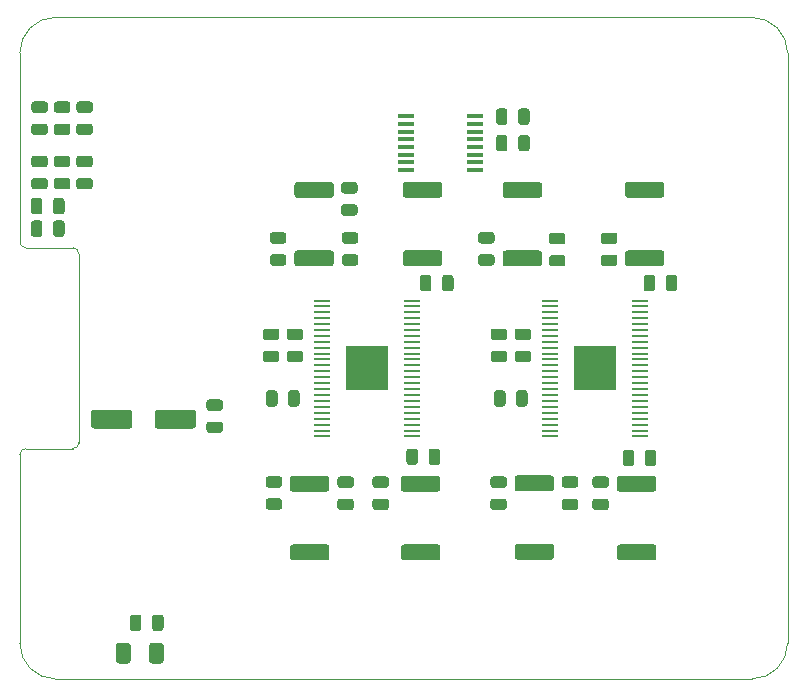
<source format=gtp>
G04 #@! TF.GenerationSoftware,KiCad,Pcbnew,(5.1.6)-1*
G04 #@! TF.CreationDate,2020-10-08T21:16:19-06:00*
G04 #@! TF.ProjectId,raspi-quad-stepper-motor-module,72617370-692d-4717-9561-642d73746570,A*
G04 #@! TF.SameCoordinates,Original*
G04 #@! TF.FileFunction,Paste,Top*
G04 #@! TF.FilePolarity,Positive*
%FSLAX46Y46*%
G04 Gerber Fmt 4.6, Leading zero omitted, Abs format (unit mm)*
G04 Created by KiCad (PCBNEW (5.1.6)-1) date 2020-10-08 21:16:19*
%MOMM*%
%LPD*%
G01*
G04 APERTURE LIST*
G04 #@! TA.AperFunction,Profile*
%ADD10C,0.100000*%
G04 #@! TD*
%ADD11R,1.473200X0.279400*%
%ADD12R,3.657600X3.708400*%
%ADD13R,1.473200X0.355600*%
G04 APERTURE END LIST*
D10*
X105600000Y-93000000D02*
G75*
G03*
X105100000Y-92500000I-500000J0D01*
G01*
X105100000Y-92500000D02*
X101100000Y-92500000D01*
X101099127Y-109500001D02*
G75*
G03*
X100600000Y-110000000I873J-499999D01*
G01*
X105100000Y-109500000D02*
G75*
G03*
X105600000Y-109000000I0J500000D01*
G01*
X100600000Y-92000000D02*
G75*
G03*
X101100000Y-92500000I500000J0D01*
G01*
X100600000Y-76000000D02*
X100600000Y-92000000D01*
X165600000Y-76000000D02*
G75*
G03*
X162600000Y-73000000I-3000000J0D01*
G01*
X162600000Y-129000000D02*
G75*
G03*
X165600000Y-126000000I0J3000000D01*
G01*
X100600000Y-126000000D02*
G75*
G03*
X103600000Y-129000000I3000000J0D01*
G01*
X103600000Y-73000000D02*
G75*
G03*
X100600000Y-76000000I0J-3000000D01*
G01*
X162600000Y-73000000D02*
X103600000Y-73000000D01*
X105100000Y-109500000D02*
X101100000Y-109500000D01*
X105600000Y-93000000D02*
X105600000Y-109000000D01*
X165600000Y-126000000D02*
X165600000Y-76000000D01*
X103600000Y-129000000D02*
X162600000Y-129000000D01*
X100600000Y-110000000D02*
X100600000Y-126000000D01*
D11*
X145506800Y-96983000D03*
X145506800Y-97465600D03*
X145506800Y-97973600D03*
X145506800Y-98481600D03*
X145506800Y-98964200D03*
X145506800Y-99472200D03*
X145506800Y-99980200D03*
X145506800Y-100462800D03*
X145506800Y-100970800D03*
X145506800Y-101478800D03*
X145506800Y-101961400D03*
X145506800Y-102469400D03*
X145506800Y-102977400D03*
X145506800Y-103485400D03*
X145506800Y-103968000D03*
X145506800Y-104476000D03*
X145506800Y-104984000D03*
X145506800Y-105466600D03*
X145506800Y-105974600D03*
X145506800Y-106482600D03*
X145506800Y-106965200D03*
X145506800Y-107473200D03*
X145506800Y-107981200D03*
X145506800Y-108463800D03*
X153076000Y-108463800D03*
X153076000Y-107981200D03*
X153076000Y-107473200D03*
X153076000Y-106965200D03*
X153076000Y-106482600D03*
X153076000Y-105974600D03*
X153076000Y-105466600D03*
X153076000Y-104984000D03*
X153076000Y-104476000D03*
X153076000Y-103968000D03*
X153076000Y-103485400D03*
X153076000Y-102977400D03*
X153076000Y-102469400D03*
X153076000Y-101961400D03*
X153076000Y-101478800D03*
X153076000Y-100970800D03*
X153076000Y-100462800D03*
X153076000Y-99980200D03*
X153076000Y-99472200D03*
X153076000Y-98964200D03*
X153076000Y-98481600D03*
X153076000Y-97973600D03*
X153076000Y-97465600D03*
X153076000Y-96983000D03*
D12*
X149291400Y-102723400D03*
D11*
X126202800Y-96983000D03*
X126202800Y-97465600D03*
X126202800Y-97973600D03*
X126202800Y-98481600D03*
X126202800Y-98964200D03*
X126202800Y-99472200D03*
X126202800Y-99980200D03*
X126202800Y-100462800D03*
X126202800Y-100970800D03*
X126202800Y-101478800D03*
X126202800Y-101961400D03*
X126202800Y-102469400D03*
X126202800Y-102977400D03*
X126202800Y-103485400D03*
X126202800Y-103968000D03*
X126202800Y-104476000D03*
X126202800Y-104984000D03*
X126202800Y-105466600D03*
X126202800Y-105974600D03*
X126202800Y-106482600D03*
X126202800Y-106965200D03*
X126202800Y-107473200D03*
X126202800Y-107981200D03*
X126202800Y-108463800D03*
X133772000Y-108463800D03*
X133772000Y-107981200D03*
X133772000Y-107473200D03*
X133772000Y-106965200D03*
X133772000Y-106482600D03*
X133772000Y-105974600D03*
X133772000Y-105466600D03*
X133772000Y-104984000D03*
X133772000Y-104476000D03*
X133772000Y-103968000D03*
X133772000Y-103485400D03*
X133772000Y-102977400D03*
X133772000Y-102469400D03*
X133772000Y-101961400D03*
X133772000Y-101478800D03*
X133772000Y-100970800D03*
X133772000Y-100462800D03*
X133772000Y-99980200D03*
X133772000Y-99472200D03*
X133772000Y-98964200D03*
X133772000Y-98481600D03*
X133772000Y-97973600D03*
X133772000Y-97465600D03*
X133772000Y-96983000D03*
D12*
X129987400Y-102723400D03*
D13*
X133323000Y-81362000D03*
X133323000Y-82022400D03*
X133323000Y-82682800D03*
X133323000Y-83317800D03*
X133323000Y-83978200D03*
X133323000Y-84613200D03*
X133323000Y-85273600D03*
X133323000Y-85934000D03*
X139165000Y-85934000D03*
X139165000Y-85273600D03*
X139165000Y-84613200D03*
X139165000Y-83978200D03*
X139165000Y-83317800D03*
X139165000Y-82682800D03*
X139165000Y-82022400D03*
X139165000Y-81362000D03*
G36*
G01*
X150230250Y-112842100D02*
X149317750Y-112842100D01*
G75*
G02*
X149074000Y-112598350I0J243750D01*
G01*
X149074000Y-112110850D01*
G75*
G02*
X149317750Y-111867100I243750J0D01*
G01*
X150230250Y-111867100D01*
G75*
G02*
X150474000Y-112110850I0J-243750D01*
G01*
X150474000Y-112598350D01*
G75*
G02*
X150230250Y-112842100I-243750J0D01*
G01*
G37*
G36*
G01*
X150230250Y-114717100D02*
X149317750Y-114717100D01*
G75*
G02*
X149074000Y-114473350I0J243750D01*
G01*
X149074000Y-113985850D01*
G75*
G02*
X149317750Y-113742100I243750J0D01*
G01*
X150230250Y-113742100D01*
G75*
G02*
X150474000Y-113985850I0J-243750D01*
G01*
X150474000Y-114473350D01*
G75*
G02*
X150230250Y-114717100I-243750J0D01*
G01*
G37*
G36*
G01*
X103724750Y-86589500D02*
X104637250Y-86589500D01*
G75*
G02*
X104881000Y-86833250I0J-243750D01*
G01*
X104881000Y-87320750D01*
G75*
G02*
X104637250Y-87564500I-243750J0D01*
G01*
X103724750Y-87564500D01*
G75*
G02*
X103481000Y-87320750I0J243750D01*
G01*
X103481000Y-86833250D01*
G75*
G02*
X103724750Y-86589500I243750J0D01*
G01*
G37*
G36*
G01*
X103724750Y-84714500D02*
X104637250Y-84714500D01*
G75*
G02*
X104881000Y-84958250I0J-243750D01*
G01*
X104881000Y-85445750D01*
G75*
G02*
X104637250Y-85689500I-243750J0D01*
G01*
X103724750Y-85689500D01*
G75*
G02*
X103481000Y-85445750I0J243750D01*
G01*
X103481000Y-84958250D01*
G75*
G02*
X103724750Y-84714500I243750J0D01*
G01*
G37*
G36*
G01*
X101819750Y-86589500D02*
X102732250Y-86589500D01*
G75*
G02*
X102976000Y-86833250I0J-243750D01*
G01*
X102976000Y-87320750D01*
G75*
G02*
X102732250Y-87564500I-243750J0D01*
G01*
X101819750Y-87564500D01*
G75*
G02*
X101576000Y-87320750I0J243750D01*
G01*
X101576000Y-86833250D01*
G75*
G02*
X101819750Y-86589500I243750J0D01*
G01*
G37*
G36*
G01*
X101819750Y-84714500D02*
X102732250Y-84714500D01*
G75*
G02*
X102976000Y-84958250I0J-243750D01*
G01*
X102976000Y-85445750D01*
G75*
G02*
X102732250Y-85689500I-243750J0D01*
G01*
X101819750Y-85689500D01*
G75*
G02*
X101576000Y-85445750I0J243750D01*
G01*
X101576000Y-84958250D01*
G75*
G02*
X101819750Y-84714500I243750J0D01*
G01*
G37*
G36*
G01*
X103409500Y-89438250D02*
X103409500Y-88525750D01*
G75*
G02*
X103653250Y-88282000I243750J0D01*
G01*
X104140750Y-88282000D01*
G75*
G02*
X104384500Y-88525750I0J-243750D01*
G01*
X104384500Y-89438250D01*
G75*
G02*
X104140750Y-89682000I-243750J0D01*
G01*
X103653250Y-89682000D01*
G75*
G02*
X103409500Y-89438250I0J243750D01*
G01*
G37*
G36*
G01*
X101534500Y-89438250D02*
X101534500Y-88525750D01*
G75*
G02*
X101778250Y-88282000I243750J0D01*
G01*
X102265750Y-88282000D01*
G75*
G02*
X102509500Y-88525750I0J-243750D01*
G01*
X102509500Y-89438250D01*
G75*
G02*
X102265750Y-89682000I-243750J0D01*
G01*
X101778250Y-89682000D01*
G75*
G02*
X101534500Y-89438250I0J243750D01*
G01*
G37*
G36*
G01*
X103409500Y-91343250D02*
X103409500Y-90430750D01*
G75*
G02*
X103653250Y-90187000I243750J0D01*
G01*
X104140750Y-90187000D01*
G75*
G02*
X104384500Y-90430750I0J-243750D01*
G01*
X104384500Y-91343250D01*
G75*
G02*
X104140750Y-91587000I-243750J0D01*
G01*
X103653250Y-91587000D01*
G75*
G02*
X103409500Y-91343250I0J243750D01*
G01*
G37*
G36*
G01*
X101534500Y-91343250D02*
X101534500Y-90430750D01*
G75*
G02*
X101778250Y-90187000I243750J0D01*
G01*
X102265750Y-90187000D01*
G75*
G02*
X102509500Y-90430750I0J-243750D01*
G01*
X102509500Y-91343250D01*
G75*
G02*
X102265750Y-91587000I-243750J0D01*
G01*
X101778250Y-91587000D01*
G75*
G02*
X101534500Y-91343250I0J243750D01*
G01*
G37*
G36*
G01*
X130699550Y-113737500D02*
X131612050Y-113737500D01*
G75*
G02*
X131855800Y-113981250I0J-243750D01*
G01*
X131855800Y-114468750D01*
G75*
G02*
X131612050Y-114712500I-243750J0D01*
G01*
X130699550Y-114712500D01*
G75*
G02*
X130455800Y-114468750I0J243750D01*
G01*
X130455800Y-113981250D01*
G75*
G02*
X130699550Y-113737500I243750J0D01*
G01*
G37*
G36*
G01*
X130699550Y-111862500D02*
X131612050Y-111862500D01*
G75*
G02*
X131855800Y-112106250I0J-243750D01*
G01*
X131855800Y-112593750D01*
G75*
G02*
X131612050Y-112837500I-243750J0D01*
G01*
X130699550Y-112837500D01*
G75*
G02*
X130455800Y-112593750I0J243750D01*
G01*
X130455800Y-112106250D01*
G75*
G02*
X130699550Y-111862500I243750J0D01*
G01*
G37*
G36*
G01*
X105629750Y-81987500D02*
X106542250Y-81987500D01*
G75*
G02*
X106786000Y-82231250I0J-243750D01*
G01*
X106786000Y-82718750D01*
G75*
G02*
X106542250Y-82962500I-243750J0D01*
G01*
X105629750Y-82962500D01*
G75*
G02*
X105386000Y-82718750I0J243750D01*
G01*
X105386000Y-82231250D01*
G75*
G02*
X105629750Y-81987500I243750J0D01*
G01*
G37*
G36*
G01*
X105629750Y-80112500D02*
X106542250Y-80112500D01*
G75*
G02*
X106786000Y-80356250I0J-243750D01*
G01*
X106786000Y-80843750D01*
G75*
G02*
X106542250Y-81087500I-243750J0D01*
G01*
X105629750Y-81087500D01*
G75*
G02*
X105386000Y-80843750I0J243750D01*
G01*
X105386000Y-80356250D01*
G75*
G02*
X105629750Y-80112500I243750J0D01*
G01*
G37*
G36*
G01*
X103724750Y-81987500D02*
X104637250Y-81987500D01*
G75*
G02*
X104881000Y-82231250I0J-243750D01*
G01*
X104881000Y-82718750D01*
G75*
G02*
X104637250Y-82962500I-243750J0D01*
G01*
X103724750Y-82962500D01*
G75*
G02*
X103481000Y-82718750I0J243750D01*
G01*
X103481000Y-82231250D01*
G75*
G02*
X103724750Y-81987500I243750J0D01*
G01*
G37*
G36*
G01*
X103724750Y-80112500D02*
X104637250Y-80112500D01*
G75*
G02*
X104881000Y-80356250I0J-243750D01*
G01*
X104881000Y-80843750D01*
G75*
G02*
X104637250Y-81087500I-243750J0D01*
G01*
X103724750Y-81087500D01*
G75*
G02*
X103481000Y-80843750I0J243750D01*
G01*
X103481000Y-80356250D01*
G75*
G02*
X103724750Y-80112500I243750J0D01*
G01*
G37*
G36*
G01*
X101819750Y-81987500D02*
X102732250Y-81987500D01*
G75*
G02*
X102976000Y-82231250I0J-243750D01*
G01*
X102976000Y-82718750D01*
G75*
G02*
X102732250Y-82962500I-243750J0D01*
G01*
X101819750Y-82962500D01*
G75*
G02*
X101576000Y-82718750I0J243750D01*
G01*
X101576000Y-82231250D01*
G75*
G02*
X101819750Y-81987500I243750J0D01*
G01*
G37*
G36*
G01*
X101819750Y-80112500D02*
X102732250Y-80112500D01*
G75*
G02*
X102976000Y-80356250I0J-243750D01*
G01*
X102976000Y-80843750D01*
G75*
G02*
X102732250Y-81087500I-243750J0D01*
G01*
X101819750Y-81087500D01*
G75*
G02*
X101576000Y-80843750I0J243750D01*
G01*
X101576000Y-80356250D01*
G75*
G02*
X101819750Y-80112500I243750J0D01*
G01*
G37*
G36*
G01*
X105629750Y-86589500D02*
X106542250Y-86589500D01*
G75*
G02*
X106786000Y-86833250I0J-243750D01*
G01*
X106786000Y-87320750D01*
G75*
G02*
X106542250Y-87564500I-243750J0D01*
G01*
X105629750Y-87564500D01*
G75*
G02*
X105386000Y-87320750I0J243750D01*
G01*
X105386000Y-86833250D01*
G75*
G02*
X105629750Y-86589500I243750J0D01*
G01*
G37*
G36*
G01*
X105629750Y-84714500D02*
X106542250Y-84714500D01*
G75*
G02*
X106786000Y-84958250I0J-243750D01*
G01*
X106786000Y-85445750D01*
G75*
G02*
X106542250Y-85689500I-243750J0D01*
G01*
X105629750Y-85689500D01*
G75*
G02*
X105386000Y-85445750I0J243750D01*
G01*
X105386000Y-84958250D01*
G75*
G02*
X105629750Y-84714500I243750J0D01*
G01*
G37*
G36*
G01*
X110896100Y-123806350D02*
X110896100Y-124718850D01*
G75*
G02*
X110652350Y-124962600I-243750J0D01*
G01*
X110164850Y-124962600D01*
G75*
G02*
X109921100Y-124718850I0J243750D01*
G01*
X109921100Y-123806350D01*
G75*
G02*
X110164850Y-123562600I243750J0D01*
G01*
X110652350Y-123562600D01*
G75*
G02*
X110896100Y-123806350I0J-243750D01*
G01*
G37*
G36*
G01*
X112771100Y-123806350D02*
X112771100Y-124718850D01*
G75*
G02*
X112527350Y-124962600I-243750J0D01*
G01*
X112039850Y-124962600D01*
G75*
G02*
X111796100Y-124718850I0J243750D01*
G01*
X111796100Y-123806350D01*
G75*
G02*
X112039850Y-123562600I243750J0D01*
G01*
X112527350Y-123562600D01*
G75*
G02*
X112771100Y-123806350I0J-243750D01*
G01*
G37*
G36*
G01*
X141890000Y-83191750D02*
X141890000Y-84104250D01*
G75*
G02*
X141646250Y-84348000I-243750J0D01*
G01*
X141158750Y-84348000D01*
G75*
G02*
X140915000Y-84104250I0J243750D01*
G01*
X140915000Y-83191750D01*
G75*
G02*
X141158750Y-82948000I243750J0D01*
G01*
X141646250Y-82948000D01*
G75*
G02*
X141890000Y-83191750I0J-243750D01*
G01*
G37*
G36*
G01*
X143765000Y-83191750D02*
X143765000Y-84104250D01*
G75*
G02*
X143521250Y-84348000I-243750J0D01*
G01*
X143033750Y-84348000D01*
G75*
G02*
X142790000Y-84104250I0J243750D01*
G01*
X142790000Y-83191750D01*
G75*
G02*
X143033750Y-82948000I243750J0D01*
G01*
X143521250Y-82948000D01*
G75*
G02*
X143765000Y-83191750I0J-243750D01*
G01*
G37*
G36*
G01*
X111537600Y-127453000D02*
X111537600Y-126203000D01*
G75*
G02*
X111787600Y-125953000I250000J0D01*
G01*
X112537600Y-125953000D01*
G75*
G02*
X112787600Y-126203000I0J-250000D01*
G01*
X112787600Y-127453000D01*
G75*
G02*
X112537600Y-127703000I-250000J0D01*
G01*
X111787600Y-127703000D01*
G75*
G02*
X111537600Y-127453000I0J250000D01*
G01*
G37*
G36*
G01*
X108737600Y-127453000D02*
X108737600Y-126203000D01*
G75*
G02*
X108987600Y-125953000I250000J0D01*
G01*
X109737600Y-125953000D01*
G75*
G02*
X109987600Y-126203000I0J-250000D01*
G01*
X109987600Y-127453000D01*
G75*
G02*
X109737600Y-127703000I-250000J0D01*
G01*
X108987600Y-127703000D01*
G75*
G02*
X108737600Y-127453000I0J250000D01*
G01*
G37*
G36*
G01*
X142739150Y-101219900D02*
X143651650Y-101219900D01*
G75*
G02*
X143895400Y-101463650I0J-243750D01*
G01*
X143895400Y-101951150D01*
G75*
G02*
X143651650Y-102194900I-243750J0D01*
G01*
X142739150Y-102194900D01*
G75*
G02*
X142495400Y-101951150I0J243750D01*
G01*
X142495400Y-101463650D01*
G75*
G02*
X142739150Y-101219900I243750J0D01*
G01*
G37*
G36*
G01*
X142739150Y-99344900D02*
X143651650Y-99344900D01*
G75*
G02*
X143895400Y-99588650I0J-243750D01*
G01*
X143895400Y-100076150D01*
G75*
G02*
X143651650Y-100319900I-243750J0D01*
G01*
X142739150Y-100319900D01*
G75*
G02*
X142495400Y-100076150I0J243750D01*
G01*
X142495400Y-99588650D01*
G75*
G02*
X142739150Y-99344900I243750J0D01*
G01*
G37*
G36*
G01*
X141729400Y-104807150D02*
X141729400Y-105719650D01*
G75*
G02*
X141485650Y-105963400I-243750J0D01*
G01*
X140998150Y-105963400D01*
G75*
G02*
X140754400Y-105719650I0J243750D01*
G01*
X140754400Y-104807150D01*
G75*
G02*
X140998150Y-104563400I243750J0D01*
G01*
X141485650Y-104563400D01*
G75*
G02*
X141729400Y-104807150I0J-243750D01*
G01*
G37*
G36*
G01*
X143604400Y-104807150D02*
X143604400Y-105719650D01*
G75*
G02*
X143360650Y-105963400I-243750J0D01*
G01*
X142873150Y-105963400D01*
G75*
G02*
X142629400Y-105719650I0J243750D01*
G01*
X142629400Y-104807150D01*
G75*
G02*
X142873150Y-104563400I243750J0D01*
G01*
X143360650Y-104563400D01*
G75*
G02*
X143604400Y-104807150I0J-243750D01*
G01*
G37*
G36*
G01*
X123435150Y-101219900D02*
X124347650Y-101219900D01*
G75*
G02*
X124591400Y-101463650I0J-243750D01*
G01*
X124591400Y-101951150D01*
G75*
G02*
X124347650Y-102194900I-243750J0D01*
G01*
X123435150Y-102194900D01*
G75*
G02*
X123191400Y-101951150I0J243750D01*
G01*
X123191400Y-101463650D01*
G75*
G02*
X123435150Y-101219900I243750J0D01*
G01*
G37*
G36*
G01*
X123435150Y-99344900D02*
X124347650Y-99344900D01*
G75*
G02*
X124591400Y-99588650I0J-243750D01*
G01*
X124591400Y-100076150D01*
G75*
G02*
X124347650Y-100319900I-243750J0D01*
G01*
X123435150Y-100319900D01*
G75*
G02*
X123191400Y-100076150I0J243750D01*
G01*
X123191400Y-99588650D01*
G75*
G02*
X123435150Y-99344900I243750J0D01*
G01*
G37*
G36*
G01*
X122423100Y-104807150D02*
X122423100Y-105719650D01*
G75*
G02*
X122179350Y-105963400I-243750J0D01*
G01*
X121691850Y-105963400D01*
G75*
G02*
X121448100Y-105719650I0J243750D01*
G01*
X121448100Y-104807150D01*
G75*
G02*
X121691850Y-104563400I243750J0D01*
G01*
X122179350Y-104563400D01*
G75*
G02*
X122423100Y-104807150I0J-243750D01*
G01*
G37*
G36*
G01*
X124298100Y-104807150D02*
X124298100Y-105719650D01*
G75*
G02*
X124054350Y-105963400I-243750J0D01*
G01*
X123566850Y-105963400D01*
G75*
G02*
X123323100Y-105719650I0J243750D01*
G01*
X123323100Y-104807150D01*
G75*
G02*
X123566850Y-104563400I243750J0D01*
G01*
X124054350Y-104563400D01*
G75*
G02*
X124298100Y-104807150I0J-243750D01*
G01*
G37*
G36*
G01*
X117556250Y-106312500D02*
X116643750Y-106312500D01*
G75*
G02*
X116400000Y-106068750I0J243750D01*
G01*
X116400000Y-105581250D01*
G75*
G02*
X116643750Y-105337500I243750J0D01*
G01*
X117556250Y-105337500D01*
G75*
G02*
X117800000Y-105581250I0J-243750D01*
G01*
X117800000Y-106068750D01*
G75*
G02*
X117556250Y-106312500I-243750J0D01*
G01*
G37*
G36*
G01*
X117556250Y-108187500D02*
X116643750Y-108187500D01*
G75*
G02*
X116400000Y-107943750I0J243750D01*
G01*
X116400000Y-107456250D01*
G75*
G02*
X116643750Y-107212500I243750J0D01*
G01*
X117556250Y-107212500D01*
G75*
G02*
X117800000Y-107456250I0J-243750D01*
G01*
X117800000Y-107943750D01*
G75*
G02*
X117556250Y-108187500I-243750J0D01*
G01*
G37*
G36*
G01*
X110122000Y-106466000D02*
X110122000Y-107566000D01*
G75*
G02*
X109872000Y-107816000I-250000J0D01*
G01*
X106872000Y-107816000D01*
G75*
G02*
X106622000Y-107566000I0J250000D01*
G01*
X106622000Y-106466000D01*
G75*
G02*
X106872000Y-106216000I250000J0D01*
G01*
X109872000Y-106216000D01*
G75*
G02*
X110122000Y-106466000I0J-250000D01*
G01*
G37*
G36*
G01*
X115522000Y-106466000D02*
X115522000Y-107566000D01*
G75*
G02*
X115272000Y-107816000I-250000J0D01*
G01*
X112272000Y-107816000D01*
G75*
G02*
X112022000Y-107566000I0J250000D01*
G01*
X112022000Y-106466000D01*
G75*
G02*
X112272000Y-106216000I250000J0D01*
G01*
X115272000Y-106216000D01*
G75*
G02*
X115522000Y-106466000I0J-250000D01*
G01*
G37*
G36*
G01*
X144573001Y-88283000D02*
X141722999Y-88283000D01*
G75*
G02*
X141473000Y-88033001I0J249999D01*
G01*
X141473000Y-87182999D01*
G75*
G02*
X141722999Y-86933000I249999J0D01*
G01*
X144573001Y-86933000D01*
G75*
G02*
X144823000Y-87182999I0J-249999D01*
G01*
X144823000Y-88033001D01*
G75*
G02*
X144573001Y-88283000I-249999J0D01*
G01*
G37*
G36*
G01*
X144573001Y-94083000D02*
X141722999Y-94083000D01*
G75*
G02*
X141473000Y-93833001I0J249999D01*
G01*
X141473000Y-92982999D01*
G75*
G02*
X141722999Y-92733000I249999J0D01*
G01*
X144573001Y-92733000D01*
G75*
G02*
X144823000Y-92982999I0J-249999D01*
G01*
X144823000Y-93833001D01*
G75*
G02*
X144573001Y-94083000I-249999J0D01*
G01*
G37*
G36*
G01*
X128043750Y-88812500D02*
X128956250Y-88812500D01*
G75*
G02*
X129200000Y-89056250I0J-243750D01*
G01*
X129200000Y-89543750D01*
G75*
G02*
X128956250Y-89787500I-243750J0D01*
G01*
X128043750Y-89787500D01*
G75*
G02*
X127800000Y-89543750I0J243750D01*
G01*
X127800000Y-89056250D01*
G75*
G02*
X128043750Y-88812500I243750J0D01*
G01*
G37*
G36*
G01*
X128043750Y-86937500D02*
X128956250Y-86937500D01*
G75*
G02*
X129200000Y-87181250I0J-243750D01*
G01*
X129200000Y-87668750D01*
G75*
G02*
X128956250Y-87912500I-243750J0D01*
G01*
X128043750Y-87912500D01*
G75*
G02*
X127800000Y-87668750I0J243750D01*
G01*
X127800000Y-87181250D01*
G75*
G02*
X128043750Y-86937500I243750J0D01*
G01*
G37*
G36*
G01*
X151396999Y-117618600D02*
X154247001Y-117618600D01*
G75*
G02*
X154497000Y-117868599I0J-249999D01*
G01*
X154497000Y-118718601D01*
G75*
G02*
X154247001Y-118968600I-249999J0D01*
G01*
X151396999Y-118968600D01*
G75*
G02*
X151147000Y-118718601I0J249999D01*
G01*
X151147000Y-117868599D01*
G75*
G02*
X151396999Y-117618600I249999J0D01*
G01*
G37*
G36*
G01*
X151396999Y-111818600D02*
X154247001Y-111818600D01*
G75*
G02*
X154497000Y-112068599I0J-249999D01*
G01*
X154497000Y-112918601D01*
G75*
G02*
X154247001Y-113168600I-249999J0D01*
G01*
X151396999Y-113168600D01*
G75*
G02*
X151147000Y-112918601I0J249999D01*
G01*
X151147000Y-112068599D01*
G75*
G02*
X151396999Y-111818600I249999J0D01*
G01*
G37*
G36*
G01*
X140681750Y-113737500D02*
X141594250Y-113737500D01*
G75*
G02*
X141838000Y-113981250I0J-243750D01*
G01*
X141838000Y-114468750D01*
G75*
G02*
X141594250Y-114712500I-243750J0D01*
G01*
X140681750Y-114712500D01*
G75*
G02*
X140438000Y-114468750I0J243750D01*
G01*
X140438000Y-113981250D01*
G75*
G02*
X140681750Y-113737500I243750J0D01*
G01*
G37*
G36*
G01*
X140681750Y-111862500D02*
X141594250Y-111862500D01*
G75*
G02*
X141838000Y-112106250I0J-243750D01*
G01*
X141838000Y-112593750D01*
G75*
G02*
X141594250Y-112837500I-243750J0D01*
G01*
X140681750Y-112837500D01*
G75*
G02*
X140438000Y-112593750I0J243750D01*
G01*
X140438000Y-112106250D01*
G75*
G02*
X140681750Y-111862500I243750J0D01*
G01*
G37*
G36*
G01*
X142735599Y-117576600D02*
X145585601Y-117576600D01*
G75*
G02*
X145835600Y-117826599I0J-249999D01*
G01*
X145835600Y-118676601D01*
G75*
G02*
X145585601Y-118926600I-249999J0D01*
G01*
X142735599Y-118926600D01*
G75*
G02*
X142485600Y-118676601I0J249999D01*
G01*
X142485600Y-117826599D01*
G75*
G02*
X142735599Y-117576600I249999J0D01*
G01*
G37*
G36*
G01*
X142735599Y-111776600D02*
X145585601Y-111776600D01*
G75*
G02*
X145835600Y-112026599I0J-249999D01*
G01*
X145835600Y-112876601D01*
G75*
G02*
X145585601Y-113126600I-249999J0D01*
G01*
X142735599Y-113126600D01*
G75*
G02*
X142485600Y-112876601I0J249999D01*
G01*
X142485600Y-112026599D01*
G75*
G02*
X142735599Y-111776600I249999J0D01*
G01*
G37*
G36*
G01*
X154925001Y-88275000D02*
X152074999Y-88275000D01*
G75*
G02*
X151825000Y-88025001I0J249999D01*
G01*
X151825000Y-87174999D01*
G75*
G02*
X152074999Y-86925000I249999J0D01*
G01*
X154925001Y-86925000D01*
G75*
G02*
X155175000Y-87174999I0J-249999D01*
G01*
X155175000Y-88025001D01*
G75*
G02*
X154925001Y-88275000I-249999J0D01*
G01*
G37*
G36*
G01*
X154925001Y-94075000D02*
X152074999Y-94075000D01*
G75*
G02*
X151825000Y-93825001I0J249999D01*
G01*
X151825000Y-92974999D01*
G75*
G02*
X152074999Y-92725000I249999J0D01*
G01*
X154925001Y-92725000D01*
G75*
G02*
X155175000Y-92974999I0J-249999D01*
G01*
X155175000Y-93825001D01*
G75*
G02*
X154925001Y-94075000I-249999J0D01*
G01*
G37*
G36*
G01*
X123710999Y-117618600D02*
X126561001Y-117618600D01*
G75*
G02*
X126811000Y-117868599I0J-249999D01*
G01*
X126811000Y-118718601D01*
G75*
G02*
X126561001Y-118968600I-249999J0D01*
G01*
X123710999Y-118968600D01*
G75*
G02*
X123461000Y-118718601I0J249999D01*
G01*
X123461000Y-117868599D01*
G75*
G02*
X123710999Y-117618600I249999J0D01*
G01*
G37*
G36*
G01*
X123710999Y-111818600D02*
X126561001Y-111818600D01*
G75*
G02*
X126811000Y-112068599I0J-249999D01*
G01*
X126811000Y-112918601D01*
G75*
G02*
X126561001Y-113168600I-249999J0D01*
G01*
X123710999Y-113168600D01*
G75*
G02*
X123461000Y-112918601I0J249999D01*
G01*
X123461000Y-112068599D01*
G75*
G02*
X123710999Y-111818600I249999J0D01*
G01*
G37*
G36*
G01*
X133108999Y-117618600D02*
X135959001Y-117618600D01*
G75*
G02*
X136209000Y-117868599I0J-249999D01*
G01*
X136209000Y-118718601D01*
G75*
G02*
X135959001Y-118968600I-249999J0D01*
G01*
X133108999Y-118968600D01*
G75*
G02*
X132859000Y-118718601I0J249999D01*
G01*
X132859000Y-117868599D01*
G75*
G02*
X133108999Y-117618600I249999J0D01*
G01*
G37*
G36*
G01*
X133108999Y-111818600D02*
X135959001Y-111818600D01*
G75*
G02*
X136209000Y-112068599I0J-249999D01*
G01*
X136209000Y-112918601D01*
G75*
G02*
X135959001Y-113168600I-249999J0D01*
G01*
X133108999Y-113168600D01*
G75*
G02*
X132859000Y-112918601I0J249999D01*
G01*
X132859000Y-112068599D01*
G75*
G02*
X133108999Y-111818600I249999J0D01*
G01*
G37*
G36*
G01*
X136125001Y-88275000D02*
X133274999Y-88275000D01*
G75*
G02*
X133025000Y-88025001I0J249999D01*
G01*
X133025000Y-87174999D01*
G75*
G02*
X133274999Y-86925000I249999J0D01*
G01*
X136125001Y-86925000D01*
G75*
G02*
X136375000Y-87174999I0J-249999D01*
G01*
X136375000Y-88025001D01*
G75*
G02*
X136125001Y-88275000I-249999J0D01*
G01*
G37*
G36*
G01*
X136125001Y-94075000D02*
X133274999Y-94075000D01*
G75*
G02*
X133025000Y-93825001I0J249999D01*
G01*
X133025000Y-92974999D01*
G75*
G02*
X133274999Y-92725000I249999J0D01*
G01*
X136125001Y-92725000D01*
G75*
G02*
X136375000Y-92974999I0J-249999D01*
G01*
X136375000Y-93825001D01*
G75*
G02*
X136125001Y-94075000I-249999J0D01*
G01*
G37*
G36*
G01*
X126942001Y-88283000D02*
X124091999Y-88283000D01*
G75*
G02*
X123842000Y-88033001I0J249999D01*
G01*
X123842000Y-87182999D01*
G75*
G02*
X124091999Y-86933000I249999J0D01*
G01*
X126942001Y-86933000D01*
G75*
G02*
X127192000Y-87182999I0J-249999D01*
G01*
X127192000Y-88033001D01*
G75*
G02*
X126942001Y-88283000I-249999J0D01*
G01*
G37*
G36*
G01*
X126942001Y-94083000D02*
X124091999Y-94083000D01*
G75*
G02*
X123842000Y-93833001I0J249999D01*
G01*
X123842000Y-92982999D01*
G75*
G02*
X124091999Y-92733000I249999J0D01*
G01*
X126942001Y-92733000D01*
G75*
G02*
X127192000Y-92982999I0J-249999D01*
G01*
X127192000Y-93833001D01*
G75*
G02*
X126942001Y-94083000I-249999J0D01*
G01*
G37*
G36*
G01*
X140707150Y-101219900D02*
X141619650Y-101219900D01*
G75*
G02*
X141863400Y-101463650I0J-243750D01*
G01*
X141863400Y-101951150D01*
G75*
G02*
X141619650Y-102194900I-243750J0D01*
G01*
X140707150Y-102194900D01*
G75*
G02*
X140463400Y-101951150I0J243750D01*
G01*
X140463400Y-101463650D01*
G75*
G02*
X140707150Y-101219900I243750J0D01*
G01*
G37*
G36*
G01*
X140707150Y-99344900D02*
X141619650Y-99344900D01*
G75*
G02*
X141863400Y-99588650I0J-243750D01*
G01*
X141863400Y-100076150D01*
G75*
G02*
X141619650Y-100319900I-243750J0D01*
G01*
X140707150Y-100319900D01*
G75*
G02*
X140463400Y-100076150I0J243750D01*
G01*
X140463400Y-99588650D01*
G75*
G02*
X140707150Y-99344900I243750J0D01*
G01*
G37*
G36*
G01*
X140556250Y-92150000D02*
X139643750Y-92150000D01*
G75*
G02*
X139400000Y-91906250I0J243750D01*
G01*
X139400000Y-91418750D01*
G75*
G02*
X139643750Y-91175000I243750J0D01*
G01*
X140556250Y-91175000D01*
G75*
G02*
X140800000Y-91418750I0J-243750D01*
G01*
X140800000Y-91906250D01*
G75*
G02*
X140556250Y-92150000I-243750J0D01*
G01*
G37*
G36*
G01*
X140556250Y-94025000D02*
X139643750Y-94025000D01*
G75*
G02*
X139400000Y-93781250I0J243750D01*
G01*
X139400000Y-93293750D01*
G75*
G02*
X139643750Y-93050000I243750J0D01*
G01*
X140556250Y-93050000D01*
G75*
G02*
X140800000Y-93293750I0J-243750D01*
G01*
X140800000Y-93781250D01*
G75*
G02*
X140556250Y-94025000I-243750J0D01*
G01*
G37*
G36*
G01*
X146726950Y-113737500D02*
X147639450Y-113737500D01*
G75*
G02*
X147883200Y-113981250I0J-243750D01*
G01*
X147883200Y-114468750D01*
G75*
G02*
X147639450Y-114712500I-243750J0D01*
G01*
X146726950Y-114712500D01*
G75*
G02*
X146483200Y-114468750I0J243750D01*
G01*
X146483200Y-113981250D01*
G75*
G02*
X146726950Y-113737500I243750J0D01*
G01*
G37*
G36*
G01*
X146726950Y-111862500D02*
X147639450Y-111862500D01*
G75*
G02*
X147883200Y-112106250I0J-243750D01*
G01*
X147883200Y-112593750D01*
G75*
G02*
X147639450Y-112837500I-243750J0D01*
G01*
X146726950Y-112837500D01*
G75*
G02*
X146483200Y-112593750I0J243750D01*
G01*
X146483200Y-112106250D01*
G75*
G02*
X146726950Y-111862500I243750J0D01*
G01*
G37*
G36*
G01*
X153512500Y-110756250D02*
X153512500Y-109843750D01*
G75*
G02*
X153756250Y-109600000I243750J0D01*
G01*
X154243750Y-109600000D01*
G75*
G02*
X154487500Y-109843750I0J-243750D01*
G01*
X154487500Y-110756250D01*
G75*
G02*
X154243750Y-111000000I-243750J0D01*
G01*
X153756250Y-111000000D01*
G75*
G02*
X153512500Y-110756250I0J243750D01*
G01*
G37*
G36*
G01*
X151637500Y-110756250D02*
X151637500Y-109843750D01*
G75*
G02*
X151881250Y-109600000I243750J0D01*
G01*
X152368750Y-109600000D01*
G75*
G02*
X152612500Y-109843750I0J-243750D01*
G01*
X152612500Y-110756250D01*
G75*
G02*
X152368750Y-111000000I-243750J0D01*
G01*
X151881250Y-111000000D01*
G75*
G02*
X151637500Y-110756250I0J243750D01*
G01*
G37*
G36*
G01*
X155287500Y-95956250D02*
X155287500Y-95043750D01*
G75*
G02*
X155531250Y-94800000I243750J0D01*
G01*
X156018750Y-94800000D01*
G75*
G02*
X156262500Y-95043750I0J-243750D01*
G01*
X156262500Y-95956250D01*
G75*
G02*
X156018750Y-96200000I-243750J0D01*
G01*
X155531250Y-96200000D01*
G75*
G02*
X155287500Y-95956250I0J243750D01*
G01*
G37*
G36*
G01*
X153412500Y-95956250D02*
X153412500Y-95043750D01*
G75*
G02*
X153656250Y-94800000I243750J0D01*
G01*
X154143750Y-94800000D01*
G75*
G02*
X154387500Y-95043750I0J-243750D01*
G01*
X154387500Y-95956250D01*
G75*
G02*
X154143750Y-96200000I-243750J0D01*
G01*
X153656250Y-96200000D01*
G75*
G02*
X153412500Y-95956250I0J243750D01*
G01*
G37*
G36*
G01*
X150956250Y-92187500D02*
X150043750Y-92187500D01*
G75*
G02*
X149800000Y-91943750I0J243750D01*
G01*
X149800000Y-91456250D01*
G75*
G02*
X150043750Y-91212500I243750J0D01*
G01*
X150956250Y-91212500D01*
G75*
G02*
X151200000Y-91456250I0J-243750D01*
G01*
X151200000Y-91943750D01*
G75*
G02*
X150956250Y-92187500I-243750J0D01*
G01*
G37*
G36*
G01*
X150956250Y-94062500D02*
X150043750Y-94062500D01*
G75*
G02*
X149800000Y-93818750I0J243750D01*
G01*
X149800000Y-93331250D01*
G75*
G02*
X150043750Y-93087500I243750J0D01*
G01*
X150956250Y-93087500D01*
G75*
G02*
X151200000Y-93331250I0J-243750D01*
G01*
X151200000Y-93818750D01*
G75*
G02*
X150956250Y-94062500I-243750J0D01*
G01*
G37*
G36*
G01*
X146556250Y-92212500D02*
X145643750Y-92212500D01*
G75*
G02*
X145400000Y-91968750I0J243750D01*
G01*
X145400000Y-91481250D01*
G75*
G02*
X145643750Y-91237500I243750J0D01*
G01*
X146556250Y-91237500D01*
G75*
G02*
X146800000Y-91481250I0J-243750D01*
G01*
X146800000Y-91968750D01*
G75*
G02*
X146556250Y-92212500I-243750J0D01*
G01*
G37*
G36*
G01*
X146556250Y-94087500D02*
X145643750Y-94087500D01*
G75*
G02*
X145400000Y-93843750I0J243750D01*
G01*
X145400000Y-93356250D01*
G75*
G02*
X145643750Y-93112500I243750J0D01*
G01*
X146556250Y-93112500D01*
G75*
G02*
X146800000Y-93356250I0J-243750D01*
G01*
X146800000Y-93843750D01*
G75*
G02*
X146556250Y-94087500I-243750J0D01*
G01*
G37*
G36*
G01*
X121428550Y-101219900D02*
X122341050Y-101219900D01*
G75*
G02*
X122584800Y-101463650I0J-243750D01*
G01*
X122584800Y-101951150D01*
G75*
G02*
X122341050Y-102194900I-243750J0D01*
G01*
X121428550Y-102194900D01*
G75*
G02*
X121184800Y-101951150I0J243750D01*
G01*
X121184800Y-101463650D01*
G75*
G02*
X121428550Y-101219900I243750J0D01*
G01*
G37*
G36*
G01*
X121428550Y-99344900D02*
X122341050Y-99344900D01*
G75*
G02*
X122584800Y-99588650I0J-243750D01*
G01*
X122584800Y-100076150D01*
G75*
G02*
X122341050Y-100319900I-243750J0D01*
G01*
X121428550Y-100319900D01*
G75*
G02*
X121184800Y-100076150I0J243750D01*
G01*
X121184800Y-99588650D01*
G75*
G02*
X121428550Y-99344900I243750J0D01*
G01*
G37*
G36*
G01*
X121657150Y-113716700D02*
X122569650Y-113716700D01*
G75*
G02*
X122813400Y-113960450I0J-243750D01*
G01*
X122813400Y-114447950D01*
G75*
G02*
X122569650Y-114691700I-243750J0D01*
G01*
X121657150Y-114691700D01*
G75*
G02*
X121413400Y-114447950I0J243750D01*
G01*
X121413400Y-113960450D01*
G75*
G02*
X121657150Y-113716700I243750J0D01*
G01*
G37*
G36*
G01*
X121657150Y-111841700D02*
X122569650Y-111841700D01*
G75*
G02*
X122813400Y-112085450I0J-243750D01*
G01*
X122813400Y-112572950D01*
G75*
G02*
X122569650Y-112816700I-243750J0D01*
G01*
X121657150Y-112816700D01*
G75*
G02*
X121413400Y-112572950I0J243750D01*
G01*
X121413400Y-112085450D01*
G75*
G02*
X121657150Y-111841700I243750J0D01*
G01*
G37*
G36*
G01*
X127727750Y-113742100D02*
X128640250Y-113742100D01*
G75*
G02*
X128884000Y-113985850I0J-243750D01*
G01*
X128884000Y-114473350D01*
G75*
G02*
X128640250Y-114717100I-243750J0D01*
G01*
X127727750Y-114717100D01*
G75*
G02*
X127484000Y-114473350I0J243750D01*
G01*
X127484000Y-113985850D01*
G75*
G02*
X127727750Y-113742100I243750J0D01*
G01*
G37*
G36*
G01*
X127727750Y-111867100D02*
X128640250Y-111867100D01*
G75*
G02*
X128884000Y-112110850I0J-243750D01*
G01*
X128884000Y-112598350D01*
G75*
G02*
X128640250Y-112842100I-243750J0D01*
G01*
X127727750Y-112842100D01*
G75*
G02*
X127484000Y-112598350I0J243750D01*
G01*
X127484000Y-112110850D01*
G75*
G02*
X127727750Y-111867100I243750J0D01*
G01*
G37*
G36*
G01*
X122925250Y-92150000D02*
X122012750Y-92150000D01*
G75*
G02*
X121769000Y-91906250I0J243750D01*
G01*
X121769000Y-91418750D01*
G75*
G02*
X122012750Y-91175000I243750J0D01*
G01*
X122925250Y-91175000D01*
G75*
G02*
X123169000Y-91418750I0J-243750D01*
G01*
X123169000Y-91906250D01*
G75*
G02*
X122925250Y-92150000I-243750J0D01*
G01*
G37*
G36*
G01*
X122925250Y-94025000D02*
X122012750Y-94025000D01*
G75*
G02*
X121769000Y-93781250I0J243750D01*
G01*
X121769000Y-93293750D01*
G75*
G02*
X122012750Y-93050000I243750J0D01*
G01*
X122925250Y-93050000D01*
G75*
G02*
X123169000Y-93293750I0J-243750D01*
G01*
X123169000Y-93781250D01*
G75*
G02*
X122925250Y-94025000I-243750J0D01*
G01*
G37*
G36*
G01*
X135212500Y-110656250D02*
X135212500Y-109743750D01*
G75*
G02*
X135456250Y-109500000I243750J0D01*
G01*
X135943750Y-109500000D01*
G75*
G02*
X136187500Y-109743750I0J-243750D01*
G01*
X136187500Y-110656250D01*
G75*
G02*
X135943750Y-110900000I-243750J0D01*
G01*
X135456250Y-110900000D01*
G75*
G02*
X135212500Y-110656250I0J243750D01*
G01*
G37*
G36*
G01*
X133337500Y-110656250D02*
X133337500Y-109743750D01*
G75*
G02*
X133581250Y-109500000I243750J0D01*
G01*
X134068750Y-109500000D01*
G75*
G02*
X134312500Y-109743750I0J-243750D01*
G01*
X134312500Y-110656250D01*
G75*
G02*
X134068750Y-110900000I-243750J0D01*
G01*
X133581250Y-110900000D01*
G75*
G02*
X133337500Y-110656250I0J243750D01*
G01*
G37*
G36*
G01*
X136350000Y-95956250D02*
X136350000Y-95043750D01*
G75*
G02*
X136593750Y-94800000I243750J0D01*
G01*
X137081250Y-94800000D01*
G75*
G02*
X137325000Y-95043750I0J-243750D01*
G01*
X137325000Y-95956250D01*
G75*
G02*
X137081250Y-96200000I-243750J0D01*
G01*
X136593750Y-96200000D01*
G75*
G02*
X136350000Y-95956250I0J243750D01*
G01*
G37*
G36*
G01*
X134475000Y-95956250D02*
X134475000Y-95043750D01*
G75*
G02*
X134718750Y-94800000I243750J0D01*
G01*
X135206250Y-94800000D01*
G75*
G02*
X135450000Y-95043750I0J-243750D01*
G01*
X135450000Y-95956250D01*
G75*
G02*
X135206250Y-96200000I-243750J0D01*
G01*
X134718750Y-96200000D01*
G75*
G02*
X134475000Y-95956250I0J243750D01*
G01*
G37*
G36*
G01*
X129021250Y-92150000D02*
X128108750Y-92150000D01*
G75*
G02*
X127865000Y-91906250I0J243750D01*
G01*
X127865000Y-91418750D01*
G75*
G02*
X128108750Y-91175000I243750J0D01*
G01*
X129021250Y-91175000D01*
G75*
G02*
X129265000Y-91418750I0J-243750D01*
G01*
X129265000Y-91906250D01*
G75*
G02*
X129021250Y-92150000I-243750J0D01*
G01*
G37*
G36*
G01*
X129021250Y-94025000D02*
X128108750Y-94025000D01*
G75*
G02*
X127865000Y-93781250I0J243750D01*
G01*
X127865000Y-93293750D01*
G75*
G02*
X128108750Y-93050000I243750J0D01*
G01*
X129021250Y-93050000D01*
G75*
G02*
X129265000Y-93293750I0J-243750D01*
G01*
X129265000Y-93781250D01*
G75*
G02*
X129021250Y-94025000I-243750J0D01*
G01*
G37*
G36*
G01*
X142787500Y-81856250D02*
X142787500Y-80943750D01*
G75*
G02*
X143031250Y-80700000I243750J0D01*
G01*
X143518750Y-80700000D01*
G75*
G02*
X143762500Y-80943750I0J-243750D01*
G01*
X143762500Y-81856250D01*
G75*
G02*
X143518750Y-82100000I-243750J0D01*
G01*
X143031250Y-82100000D01*
G75*
G02*
X142787500Y-81856250I0J243750D01*
G01*
G37*
G36*
G01*
X140912500Y-81856250D02*
X140912500Y-80943750D01*
G75*
G02*
X141156250Y-80700000I243750J0D01*
G01*
X141643750Y-80700000D01*
G75*
G02*
X141887500Y-80943750I0J-243750D01*
G01*
X141887500Y-81856250D01*
G75*
G02*
X141643750Y-82100000I-243750J0D01*
G01*
X141156250Y-82100000D01*
G75*
G02*
X140912500Y-81856250I0J243750D01*
G01*
G37*
M02*

</source>
